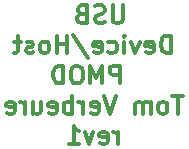
<source format=gbr>
G04 #@! TF.GenerationSoftware,KiCad,Pcbnew,5.1.6-c6e7f7d~86~ubuntu18.04.1*
G04 #@! TF.CreationDate,2021-05-10T20:55:15-07:00*
G04 #@! TF.ProjectId,usb_pmod,7573625f-706d-46f6-942e-6b696361645f,rev?*
G04 #@! TF.SameCoordinates,Original*
G04 #@! TF.FileFunction,Legend,Bot*
G04 #@! TF.FilePolarity,Positive*
%FSLAX46Y46*%
G04 Gerber Fmt 4.6, Leading zero omitted, Abs format (unit mm)*
G04 Created by KiCad (PCBNEW 5.1.6-c6e7f7d~86~ubuntu18.04.1) date 2021-05-10 20:55:15*
%MOMM*%
%LPD*%
G01*
G04 APERTURE LIST*
%ADD10C,0.300000*%
G04 APERTURE END LIST*
D10*
X101270285Y-85772571D02*
X101270285Y-86986857D01*
X101198857Y-87129714D01*
X101127428Y-87201142D01*
X100984571Y-87272571D01*
X100698857Y-87272571D01*
X100556000Y-87201142D01*
X100484571Y-87129714D01*
X100413142Y-86986857D01*
X100413142Y-85772571D01*
X99770285Y-87201142D02*
X99556000Y-87272571D01*
X99198857Y-87272571D01*
X99056000Y-87201142D01*
X98984571Y-87129714D01*
X98913142Y-86986857D01*
X98913142Y-86844000D01*
X98984571Y-86701142D01*
X99056000Y-86629714D01*
X99198857Y-86558285D01*
X99484571Y-86486857D01*
X99627428Y-86415428D01*
X99698857Y-86344000D01*
X99770285Y-86201142D01*
X99770285Y-86058285D01*
X99698857Y-85915428D01*
X99627428Y-85844000D01*
X99484571Y-85772571D01*
X99127428Y-85772571D01*
X98913142Y-85844000D01*
X97770285Y-86486857D02*
X97556000Y-86558285D01*
X97484571Y-86629714D01*
X97413142Y-86772571D01*
X97413142Y-86986857D01*
X97484571Y-87129714D01*
X97556000Y-87201142D01*
X97698857Y-87272571D01*
X98270285Y-87272571D01*
X98270285Y-85772571D01*
X97770285Y-85772571D01*
X97627428Y-85844000D01*
X97556000Y-85915428D01*
X97484571Y-86058285D01*
X97484571Y-86201142D01*
X97556000Y-86344000D01*
X97627428Y-86415428D01*
X97770285Y-86486857D01*
X98270285Y-86486857D01*
X105341714Y-89822571D02*
X105341714Y-88322571D01*
X104984571Y-88322571D01*
X104770285Y-88394000D01*
X104627428Y-88536857D01*
X104556000Y-88679714D01*
X104484571Y-88965428D01*
X104484571Y-89179714D01*
X104556000Y-89465428D01*
X104627428Y-89608285D01*
X104770285Y-89751142D01*
X104984571Y-89822571D01*
X105341714Y-89822571D01*
X103270285Y-89751142D02*
X103413142Y-89822571D01*
X103698857Y-89822571D01*
X103841714Y-89751142D01*
X103913142Y-89608285D01*
X103913142Y-89036857D01*
X103841714Y-88894000D01*
X103698857Y-88822571D01*
X103413142Y-88822571D01*
X103270285Y-88894000D01*
X103198857Y-89036857D01*
X103198857Y-89179714D01*
X103913142Y-89322571D01*
X102698857Y-88822571D02*
X102341714Y-89822571D01*
X101984571Y-88822571D01*
X101413142Y-89822571D02*
X101413142Y-88822571D01*
X101413142Y-88322571D02*
X101484571Y-88394000D01*
X101413142Y-88465428D01*
X101341714Y-88394000D01*
X101413142Y-88322571D01*
X101413142Y-88465428D01*
X100056000Y-89751142D02*
X100198857Y-89822571D01*
X100484571Y-89822571D01*
X100627428Y-89751142D01*
X100698857Y-89679714D01*
X100770285Y-89536857D01*
X100770285Y-89108285D01*
X100698857Y-88965428D01*
X100627428Y-88894000D01*
X100484571Y-88822571D01*
X100198857Y-88822571D01*
X100056000Y-88894000D01*
X98841714Y-89751142D02*
X98984571Y-89822571D01*
X99270285Y-89822571D01*
X99413142Y-89751142D01*
X99484571Y-89608285D01*
X99484571Y-89036857D01*
X99413142Y-88894000D01*
X99270285Y-88822571D01*
X98984571Y-88822571D01*
X98841714Y-88894000D01*
X98770285Y-89036857D01*
X98770285Y-89179714D01*
X99484571Y-89322571D01*
X97056000Y-88251142D02*
X98341714Y-90179714D01*
X96556000Y-89822571D02*
X96556000Y-88322571D01*
X96556000Y-89036857D02*
X95698857Y-89036857D01*
X95698857Y-89822571D02*
X95698857Y-88322571D01*
X94770285Y-89822571D02*
X94913142Y-89751142D01*
X94984571Y-89679714D01*
X95056000Y-89536857D01*
X95056000Y-89108285D01*
X94984571Y-88965428D01*
X94913142Y-88894000D01*
X94770285Y-88822571D01*
X94556000Y-88822571D01*
X94413142Y-88894000D01*
X94341714Y-88965428D01*
X94270285Y-89108285D01*
X94270285Y-89536857D01*
X94341714Y-89679714D01*
X94413142Y-89751142D01*
X94556000Y-89822571D01*
X94770285Y-89822571D01*
X93698857Y-89751142D02*
X93556000Y-89822571D01*
X93270285Y-89822571D01*
X93127428Y-89751142D01*
X93056000Y-89608285D01*
X93056000Y-89536857D01*
X93127428Y-89394000D01*
X93270285Y-89322571D01*
X93484571Y-89322571D01*
X93627428Y-89251142D01*
X93698857Y-89108285D01*
X93698857Y-89036857D01*
X93627428Y-88894000D01*
X93484571Y-88822571D01*
X93270285Y-88822571D01*
X93127428Y-88894000D01*
X92627428Y-88822571D02*
X92056000Y-88822571D01*
X92413142Y-88322571D02*
X92413142Y-89608285D01*
X92341714Y-89751142D01*
X92198857Y-89822571D01*
X92056000Y-89822571D01*
X101020285Y-92372571D02*
X101020285Y-90872571D01*
X100448857Y-90872571D01*
X100306000Y-90944000D01*
X100234571Y-91015428D01*
X100163142Y-91158285D01*
X100163142Y-91372571D01*
X100234571Y-91515428D01*
X100306000Y-91586857D01*
X100448857Y-91658285D01*
X101020285Y-91658285D01*
X99520285Y-92372571D02*
X99520285Y-90872571D01*
X99020285Y-91944000D01*
X98520285Y-90872571D01*
X98520285Y-92372571D01*
X97520285Y-90872571D02*
X97234571Y-90872571D01*
X97091714Y-90944000D01*
X96948857Y-91086857D01*
X96877428Y-91372571D01*
X96877428Y-91872571D01*
X96948857Y-92158285D01*
X97091714Y-92301142D01*
X97234571Y-92372571D01*
X97520285Y-92372571D01*
X97663142Y-92301142D01*
X97806000Y-92158285D01*
X97877428Y-91872571D01*
X97877428Y-91372571D01*
X97806000Y-91086857D01*
X97663142Y-90944000D01*
X97520285Y-90872571D01*
X96234571Y-92372571D02*
X96234571Y-90872571D01*
X95877428Y-90872571D01*
X95663142Y-90944000D01*
X95520285Y-91086857D01*
X95448857Y-91229714D01*
X95377428Y-91515428D01*
X95377428Y-91729714D01*
X95448857Y-92015428D01*
X95520285Y-92158285D01*
X95663142Y-92301142D01*
X95877428Y-92372571D01*
X96234571Y-92372571D01*
X106341714Y-93422571D02*
X105484571Y-93422571D01*
X105913142Y-94922571D02*
X105913142Y-93422571D01*
X104770285Y-94922571D02*
X104913142Y-94851142D01*
X104984571Y-94779714D01*
X105056000Y-94636857D01*
X105056000Y-94208285D01*
X104984571Y-94065428D01*
X104913142Y-93994000D01*
X104770285Y-93922571D01*
X104556000Y-93922571D01*
X104413142Y-93994000D01*
X104341714Y-94065428D01*
X104270285Y-94208285D01*
X104270285Y-94636857D01*
X104341714Y-94779714D01*
X104413142Y-94851142D01*
X104556000Y-94922571D01*
X104770285Y-94922571D01*
X103627428Y-94922571D02*
X103627428Y-93922571D01*
X103627428Y-94065428D02*
X103556000Y-93994000D01*
X103413142Y-93922571D01*
X103198857Y-93922571D01*
X103056000Y-93994000D01*
X102984571Y-94136857D01*
X102984571Y-94922571D01*
X102984571Y-94136857D02*
X102913142Y-93994000D01*
X102770285Y-93922571D01*
X102556000Y-93922571D01*
X102413142Y-93994000D01*
X102341714Y-94136857D01*
X102341714Y-94922571D01*
X100698857Y-93422571D02*
X100198857Y-94922571D01*
X99698857Y-93422571D01*
X98627428Y-94851142D02*
X98770285Y-94922571D01*
X99056000Y-94922571D01*
X99198857Y-94851142D01*
X99270285Y-94708285D01*
X99270285Y-94136857D01*
X99198857Y-93994000D01*
X99056000Y-93922571D01*
X98770285Y-93922571D01*
X98627428Y-93994000D01*
X98556000Y-94136857D01*
X98556000Y-94279714D01*
X99270285Y-94422571D01*
X97913142Y-94922571D02*
X97913142Y-93922571D01*
X97913142Y-94208285D02*
X97841714Y-94065428D01*
X97770285Y-93994000D01*
X97627428Y-93922571D01*
X97484571Y-93922571D01*
X96984571Y-94922571D02*
X96984571Y-93422571D01*
X96984571Y-93994000D02*
X96841714Y-93922571D01*
X96556000Y-93922571D01*
X96413142Y-93994000D01*
X96341714Y-94065428D01*
X96270285Y-94208285D01*
X96270285Y-94636857D01*
X96341714Y-94779714D01*
X96413142Y-94851142D01*
X96556000Y-94922571D01*
X96841714Y-94922571D01*
X96984571Y-94851142D01*
X95056000Y-94851142D02*
X95198857Y-94922571D01*
X95484571Y-94922571D01*
X95627428Y-94851142D01*
X95698857Y-94708285D01*
X95698857Y-94136857D01*
X95627428Y-93994000D01*
X95484571Y-93922571D01*
X95198857Y-93922571D01*
X95056000Y-93994000D01*
X94984571Y-94136857D01*
X94984571Y-94279714D01*
X95698857Y-94422571D01*
X93698857Y-93922571D02*
X93698857Y-94922571D01*
X94341714Y-93922571D02*
X94341714Y-94708285D01*
X94270285Y-94851142D01*
X94127428Y-94922571D01*
X93913142Y-94922571D01*
X93770285Y-94851142D01*
X93698857Y-94779714D01*
X92984571Y-94922571D02*
X92984571Y-93922571D01*
X92984571Y-94208285D02*
X92913142Y-94065428D01*
X92841714Y-93994000D01*
X92698857Y-93922571D01*
X92556000Y-93922571D01*
X91484571Y-94851142D02*
X91627428Y-94922571D01*
X91913142Y-94922571D01*
X92056000Y-94851142D01*
X92127428Y-94708285D01*
X92127428Y-94136857D01*
X92056000Y-93994000D01*
X91913142Y-93922571D01*
X91627428Y-93922571D01*
X91484571Y-93994000D01*
X91413142Y-94136857D01*
X91413142Y-94279714D01*
X92127428Y-94422571D01*
X100841714Y-97472571D02*
X100841714Y-96472571D01*
X100841714Y-96758285D02*
X100770285Y-96615428D01*
X100698857Y-96544000D01*
X100556000Y-96472571D01*
X100413142Y-96472571D01*
X99341714Y-97401142D02*
X99484571Y-97472571D01*
X99770285Y-97472571D01*
X99913142Y-97401142D01*
X99984571Y-97258285D01*
X99984571Y-96686857D01*
X99913142Y-96544000D01*
X99770285Y-96472571D01*
X99484571Y-96472571D01*
X99341714Y-96544000D01*
X99270285Y-96686857D01*
X99270285Y-96829714D01*
X99984571Y-96972571D01*
X98770285Y-96472571D02*
X98413142Y-97472571D01*
X98056000Y-96472571D01*
X96698857Y-97472571D02*
X97556000Y-97472571D01*
X97127428Y-97472571D02*
X97127428Y-95972571D01*
X97270285Y-96186857D01*
X97413142Y-96329714D01*
X97556000Y-96401142D01*
M02*

</source>
